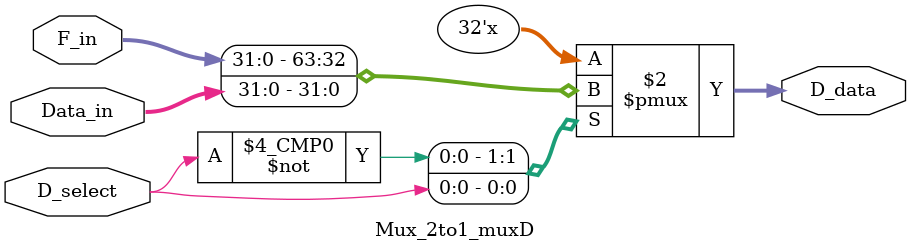
<source format=v>
module Mux_2to1_muxC(
input [31:0] constant_in,
input [31:0] B_data_in,
input C_select,
output reg [31:0] B

    );
    
    always @(*)
    begin
        case(C_select)
            2'b0: B = constant_in;
            2'b1: B = B_data_in;

            default: B = 32'b0;
        endcase
    end

endmodule

module Mux_2to1_muxD(
input [31:0] F_in,
input [31:0] Data_in,
input D_select,
output reg [31:0] D_data

    );
    
    always @(*)
    begin
        case(D_select)
            2'b0: D_data = F_in;
            2'b1: D_data = Data_in;
            default: D_data = 32'b0;
        endcase
    end

endmodule

</source>
